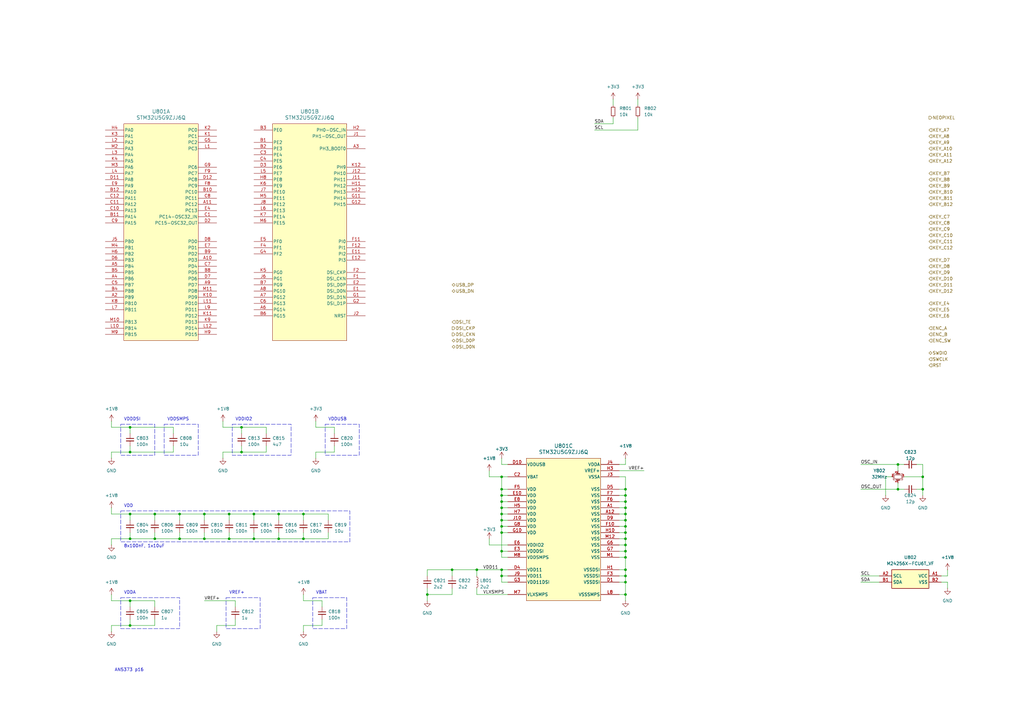
<source format=kicad_sch>
(kicad_sch (version 20231120) (generator "eeschema") (generator_version "8.0")
  (paper "A3")
  (lib_symbols
    (symbol "Device:C_Small" (pin_numbers hide) (pin_names (offset 0.254) hide)
      (property "Reference" "C" (at 0.254 1.778 0))
      (property "Value" "C_Small" (at 0.254 -2.032 0))
      (symbol "C_Small_0_1"
        (polyline (pts (xy -1.524 -0.508) (xy 1.524 -0.508)) (stroke (width 0.3302)))
        (polyline (pts (xy -1.524 0.508) (xy 1.524 0.508)) (stroke (width 0.3048)))
      )
      (symbol "C_Small_1_1"
        (pin passive line (at 0 2.54 270) (length 2.032) (name "~") (number "1"))
        (pin passive line (at 0 -2.54 90) (length 2.032) (name "~") (number "2"))
      )
    )
    (symbol "Device:Crystal_GND24_Small" (pin_names (offset 1.016) hide)
      (property "Reference" "Y" (at 1.27 4.445 0))
      (property "Value" "Crystal_GND24_Small" (at 1.27 2.54 0))
      (symbol "Crystal_GND24_Small_0_1"
        (rectangle (start -0.762 -1.524) (end 0.762 1.524))
        (polyline (pts (xy -1.27 -0.762) (xy -1.27 0.762)) (stroke (width 0.381)))
        (polyline (pts (xy 1.27 -0.762) (xy 1.27 0.762)) (stroke (width 0.381)))
        (polyline (pts (xy -1.27 -1.27) (xy -1.27 -1.905) (xy 1.27 -1.905) (xy 1.27 -1.27)))
        (polyline (pts (xy -1.27 1.27) (xy -1.27 1.905) (xy 1.27 1.905) (xy 1.27 1.27)))
      )
      (symbol "Crystal_GND24_Small_1_1"
        (pin passive line (at -2.54 0 0) (length 1.27) (name "1") (number "1"))
        (pin passive line (at 0 -2.54 90) (length 0.635) (name "2") (number "2"))
        (pin passive line (at 2.54 0 180) (length 1.27) (name "3") (number "3"))
        (pin passive line (at 0 2.54 270) (length 0.635) (name "4") (number "4"))
      )
    )
    (symbol "Device:L_Small" (pin_numbers hide) (pin_names (offset 0.254) hide)
      (property "Reference" "L" (at 0.762 1.016 0))
      (property "Value" "L_Small" (at 0.762 -1.016 0))
      (symbol "L_Small_0_1"
        (arc (start 0 -2.032) (mid 0.5058 -1.524) (end 0 -1.016))
        (arc (start 0 -1.016) (mid 0.5058 -0.508) (end 0 0))
        (arc (start 0 0) (mid 0.5058 0.508) (end 0 1.016))
        (arc (start 0 1.016) (mid 0.5058 1.524) (end 0 2.032))
      )
      (symbol "L_Small_1_1"
        (pin passive line (at 0 2.54 270) (length 0.508) (name "~") (number "1"))
        (pin passive line (at 0 -2.54 90) (length 0.508) (name "~") (number "2"))
      )
    )
    (symbol "Device:R_Small" (pin_numbers hide) (pin_names (offset 0.254) hide)
      (property "Reference" "R" (at 0.762 0.508 0))
      (property "Value" "R_Small" (at 0.762 -1.016 0))
      (symbol "R_Small_0_1"
        (rectangle (start -0.762 1.778) (end 0.762 -1.778) (stroke (width 0.2032)))
      )
      (symbol "R_Small_1_1"
        (pin passive line (at 0 2.54 270) (length 0.762) (name "~") (number "1"))
        (pin passive line (at 0 -2.54 90) (length 0.762) (name "~") (number "2"))
      )
    )
    (symbol "M24256X-FCU6T_VF:M24256X-FCU6T_VF"
      (property "Reference" "U" (at 0 7.62 0))
      (property "Value" "M24256X-FCU6T_VF" (at 0 5.08 0))
      (symbol "M24256X-FCU6T_VF_1_1"
        (rectangle (start -7.62 2.54) (end 7.62 -5.08) (stroke (width 0.254)) (fill (type background)))
        (pin passive line (at 12.7 0 180) (length 5.08) (name "VCC") (number "A1"))
        (pin passive line (at -12.7 0 0) (length 5.08) (name "SCL") (number "A2"))
        (pin passive line (at -12.7 -2.54 0) (length 5.08) (name "SDA") (number "B1"))
        (pin passive line (at 12.7 -2.54 180) (length 5.08) (name "VSS") (number "B2"))
      )
    )
    (symbol "STM32U5G9ZJJ6Q:STM32U5G9ZJJ6Q" (pin_names (offset 0.254))
      (property "Reference" "U" (at 0 5.08 0))
      (property "Value" "STM32U5G9ZJJ6Q" (at 0 2.54 0))
      (symbol "STM32U5G9ZJJ6Q_1_1"
        (rectangle (start -15.24 0) (end 15.24 -88.9) (fill (type background)))
        (pin bidirectional line (at 22.86 -55.88 180) (length 7.62) (name "PD3") (number "A10"))
        (pin bidirectional line (at 22.86 -33.02 180) (length 7.62) (name "PC12") (number "A11"))
        (pin bidirectional line (at -22.86 -71.12 0) (length 7.62) (name "PB9") (number "A2"))
        (pin bidirectional line (at -22.86 -63.5 0) (length 7.62) (name "PB6") (number "A4"))
        (pin bidirectional line (at -22.86 -58.42 0) (length 7.62) (name "PB4") (number "A5"))
        (pin bidirectional line (at 22.86 -66.04 180) (length 7.62) (name "PD7") (number "A9"))
        (pin bidirectional line (at 22.86 -27.94 180) (length 7.62) (name "PC10") (number "B10"))
        (pin bidirectional line (at -22.86 -38.1 0) (length 7.62) (name "PA14") (number "B11"))
        (pin bidirectional line (at -22.86 -27.94 0) (length 7.62) (name "PA10") (number "B12"))
        (pin bidirectional line (at -22.86 -68.58 0) (length 7.62) (name "PB8") (number "B4"))
        (pin bidirectional line (at -22.86 -60.96 0) (length 7.62) (name "PB5") (number "B5"))
        (pin bidirectional line (at 22.86 -60.96 180) (length 7.62) (name "PD5") (number "B8"))
        (pin bidirectional line (at 22.86 -53.34 180) (length 7.62) (name "PD2") (number "B9"))
        (pin bidirectional line (at 22.86 -38.1 180) (length 7.62) (name "PC14-OSC32_IN") (number "C1"))
        (pin bidirectional line (at -22.86 -35.56 0) (length 7.62) (name "PA13") (number "C10"))
        (pin bidirectional line (at -22.86 -33.02 0) (length 7.62) (name "PA12") (number "C11"))
        (pin bidirectional line (at -22.86 -30.48 0) (length 7.62) (name "PA11") (number "C12"))
        (pin bidirectional line (at -22.86 -66.04 0) (length 7.62) (name "PB7") (number "C5"))
        (pin bidirectional line (at 22.86 -58.42 180) (length 7.62) (name "PD4") (number "C7"))
        (pin bidirectional line (at 22.86 -30.48 180) (length 7.62) (name "PC11") (number "C8"))
        (pin bidirectional line (at -22.86 -40.64 0) (length 7.62) (name "PA15") (number "C9"))
        (pin bidirectional line (at -22.86 -22.86 0) (length 7.62) (name "PA8") (number "D11"))
        (pin bidirectional line (at 22.86 -22.86 180) (length 7.62) (name "PC8") (number "D12"))
        (pin output line (at 22.86 -40.64 180) (length 7.62) (name "PC15-OSC32_OUT") (number "D2"))
        (pin bidirectional line (at -22.86 -55.88 0) (length 7.62) (name "PB3") (number "D6"))
        (pin bidirectional line (at 22.86 -63.5 180) (length 7.62) (name "PD6") (number "D7"))
        (pin bidirectional line (at 22.86 -48.26 180) (length 7.62) (name "PD0") (number "D8"))
        (pin bidirectional line (at 22.86 -35.56 180) (length 7.62) (name "PC13") (number "E4"))
        (pin bidirectional line (at 22.86 -50.8 180) (length 7.62) (name "PD1") (number "E7"))
        (pin bidirectional line (at -22.86 -25.4 0) (length 7.62) (name "PA9") (number "E9"))
        (pin bidirectional line (at 22.86 -25.4 180) (length 7.62) (name "PC9") (number "F8"))
        (pin bidirectional line (at 22.86 -20.32 180) (length 7.62) (name "PC7") (number "F9"))
        (pin bidirectional line (at 22.86 -7.62 180) (length 7.62) (name "PC2") (number "G5"))
        (pin bidirectional line (at 22.86 -17.78 180) (length 7.62) (name "PC6") (number "G9"))
        (pin bidirectional line (at -22.86 -2.54 0) (length 7.62) (name "PA0") (number "H4"))
        (pin bidirectional line (at -22.86 -53.34 0) (length 7.62) (name "PB2") (number "H6"))
        (pin bidirectional line (at 22.86 -86.36 180) (length 7.62) (name "PD15") (number "H9"))
        (pin bidirectional line (at -22.86 -48.26 0) (length 7.62) (name "PB0") (number "J5"))
        (pin bidirectional line (at 22.86 -5.08 180) (length 7.62) (name "PC1") (number "K1"))
        (pin bidirectional line (at 22.86 -71.12 180) (length 7.62) (name "PD9") (number "K10"))
        (pin bidirectional line (at 22.86 -78.74 180) (length 7.62) (name "PD12") (number "K11"))
        (pin bidirectional line (at 22.86 -2.54 180) (length 7.62) (name "PC0") (number "K2"))
        (pin bidirectional line (at -22.86 -5.08 0) (length 7.62) (name "PA1") (number "K3"))
        (pin bidirectional line (at -22.86 -15.24 0) (length 7.62) (name "PA5") (number "K4"))
        (pin bidirectional line (at -22.86 -73.66 0) (length 7.62) (name "PB10") (number "K8"))
        (pin bidirectional line (at 22.86 -81.28 180) (length 7.62) (name "PD13") (number "K9"))
        (pin bidirectional line (at 22.86 -10.16 180) (length 7.62) (name "PC3") (number "L1"))
        (pin bidirectional line (at -22.86 -83.82 0) (length 7.62) (name "PB14") (number "L10"))
        (pin bidirectional line (at 22.86 -73.66 180) (length 7.62) (name "PD10") (number "L11"))
        (pin bidirectional line (at 22.86 -83.82 180) (length 7.62) (name "PD14") (number "L12"))
        (pin bidirectional line (at -22.86 -7.62 0) (length 7.62) (name "PA2") (number "L2"))
        (pin bidirectional line (at -22.86 -12.7 0) (length 7.62) (name "PA4") (number "L3"))
        (pin bidirectional line (at -22.86 -20.32 0) (length 7.62) (name "PA7") (number "L4"))
        (pin bidirectional line (at -22.86 -76.2 0) (length 7.62) (name "PB11") (number "L7"))
        (pin bidirectional line (at 22.86 -76.2 180) (length 7.62) (name "PD11") (number "L9"))
        (pin bidirectional line (at -22.86 -81.28 0) (length 7.62) (name "PB13") (number "M10"))
        (pin bidirectional line (at 22.86 -68.58 180) (length 7.62) (name "PD8") (number "M11"))
        (pin bidirectional line (at -22.86 -10.16 0) (length 7.62) (name "PA3") (number "M2"))
        (pin bidirectional line (at -22.86 -17.78 0) (length 7.62) (name "PA6") (number "M3"))
        (pin bidirectional line (at -22.86 -50.8 0) (length 7.62) (name "PB1") (number "M4"))
        (pin bidirectional line (at -22.86 -86.36 0) (length 7.62) (name "PB15") (number "M9"))
      )
      (symbol "STM32U5G9ZJJ6Q_2_1"
        (rectangle (start -15.24 0) (end 15.24 -88.9) (fill (type background)))
        (pin bidirectional line (at 22.86 -10.16 180) (length 7.62) (name "PH3_BOOT0") (number "A3"))
        (pin bidirectional line (at -22.86 -76.2 0) (length 7.62) (name "PG14") (number "A6"))
        (pin bidirectional line (at -22.86 -71.12 0) (length 7.62) (name "PG12") (number "A7"))
        (pin bidirectional line (at -22.86 -68.58 0) (length 7.62) (name "PG10") (number "A8"))
        (pin bidirectional line (at -22.86 -7.62 0) (length 7.62) (name "PE2") (number "B1"))
        (pin bidirectional line (at -22.86 -10.16 0) (length 7.62) (name "PE3") (number "B2"))
        (pin bidirectional line (at -22.86 -2.54 0) (length 7.62) (name "PE0") (number "B3"))
        (pin bidirectional line (at -22.86 -78.74 0) (length 7.62) (name "PG15") (number "B6"))
        (pin bidirectional line (at -22.86 -66.04 0) (length 7.62) (name "PG9") (number "B7"))
        (pin bidirectional line (at -22.86 -12.7 0) (length 7.62) (name "PE4") (number "C3"))
        (pin bidirectional line (at -22.86 -15.24 0) (length 7.62) (name "PE5") (number "C4"))
        (pin bidirectional line (at -22.86 -73.66 0) (length 7.62) (name "PG13") (number "C6"))
        (pin bidirectional line (at -22.86 -17.78 0) (length 7.62) (name "PE6") (number "D3"))
        (pin bidirectional line (at 22.86 -68.58 180) (length 7.62) (name "DSI_D0N") (number "E1"))
        (pin bidirectional line (at 22.86 -53.34 180) (length 7.62) (name "PI2") (number "E11"))
        (pin bidirectional line (at 22.86 -55.88 180) (length 7.62) (name "PI3") (number "E12"))
        (pin bidirectional line (at 22.86 -66.04 180) (length 7.62) (name "DSI_D0P") (number "E2"))
        (pin bidirectional line (at -22.86 -48.26 0) (length 7.62) (name "PF0") (number "E5"))
        (pin unspecified line (at 22.86 -63.5 180) (length 7.62) (name "DSI_CKN") (number "F1"))
        (pin bidirectional line (at 22.86 -48.26 180) (length 7.62) (name "PI0") (number "F11"))
        (pin bidirectional line (at 22.86 -50.8 180) (length 7.62) (name "PI1") (number "F12"))
        (pin unspecified line (at 22.86 -60.96 180) (length 7.62) (name "DSI_CKP") (number "F2"))
        (pin bidirectional line (at -22.86 -50.8 0) (length 7.62) (name "PF1") (number "F4"))
        (pin bidirectional line (at 22.86 -71.12 180) (length 7.62) (name "DSI_D1N") (number "G1"))
        (pin bidirectional line (at 22.86 -30.48 180) (length 7.62) (name "PH14") (number "G11"))
        (pin bidirectional line (at 22.86 -33.02 180) (length 7.62) (name "PH15") (number "G12"))
        (pin bidirectional line (at 22.86 -73.66 180) (length 7.62) (name "DSI_D1P") (number "G2"))
        (pin bidirectional line (at -22.86 -53.34 0) (length 7.62) (name "PF2") (number "G4"))
        (pin bidirectional line (at 22.86 -25.4 180) (length 7.62) (name "PH12") (number "H11"))
        (pin bidirectional line (at 22.86 -27.94 180) (length 7.62) (name "PH13") (number "H12"))
        (pin bidirectional line (at 22.86 -2.54 180) (length 7.62) (name "PH0-OSC_IN") (number "H2"))
        (pin bidirectional line (at -22.86 -22.86 0) (length 7.62) (name "PE8") (number "H8"))
        (pin output line (at 22.86 -5.08 180) (length 7.62) (name "PH1-OSC_OUT") (number "J1"))
        (pin bidirectional line (at 22.86 -22.86 180) (length 7.62) (name "PH11") (number "J11"))
        (pin bidirectional line (at 22.86 -20.32 180) (length 7.62) (name "PH10") (number "J12"))
        (pin unspecified line (at 22.86 -78.74 180) (length 7.62) (name "NRST") (number "J2"))
        (pin bidirectional line (at -22.86 -63.5 0) (length 7.62) (name "PG1") (number "J6"))
        (pin bidirectional line (at -22.86 -27.94 0) (length 7.62) (name "PE10") (number "J7"))
        (pin bidirectional line (at -22.86 -33.02 0) (length 7.62) (name "PE12") (number "J8"))
        (pin bidirectional line (at 22.86 -17.78 180) (length 7.62) (name "PH9") (number "K12"))
        (pin bidirectional line (at -22.86 -60.96 0) (length 7.62) (name "PG0") (number "K5"))
        (pin bidirectional line (at -22.86 -25.4 0) (length 7.62) (name "PE9") (number "K6"))
        (pin bidirectional line (at -22.86 -38.1 0) (length 7.62) (name "PE14") (number "K7"))
        (pin bidirectional line (at -22.86 -20.32 0) (length 7.62) (name "PE7") (number "L5"))
        (pin bidirectional line (at -22.86 -35.56 0) (length 7.62) (name "PE13") (number "L6"))
        (pin bidirectional line (at -22.86 -30.48 0) (length 7.62) (name "PE11") (number "M5"))
        (pin bidirectional line (at -22.86 -40.64 0) (length 7.62) (name "PE15") (number "M6"))
      )
      (symbol "STM32U5G9ZJJ6Q_3_1"
        (rectangle (start -15.24 0) (end 15.24 -58.42) (fill (type background)))
        (pin power_out line (at 22.86 -20.32 180) (length 7.62) (name "VSS") (number "A1"))
        (pin power_out line (at 22.86 -22.86 180) (length 7.62) (name "VSS") (number "A12"))
        (pin power_in line (at -22.86 -7.62 0) (length 7.62) (name "VBAT") (number "C2"))
        (pin power_out line (at 22.86 -50.8 180) (length 7.62) (name "VSSDSI") (number "D1"))
        (pin power_in line (at -22.86 -2.54 0) (length 7.62) (name "VDDUSB") (number "D10"))
        (pin power_in line (at -22.86 -45.72 0) (length 7.62) (name "VDD11") (number "D4"))
        (pin power_out line (at 22.86 -12.7 180) (length 7.62) (name "VSS") (number "D5"))
        (pin power_out line (at 22.86 -25.4 180) (length 7.62) (name "VSS") (number "D9"))
        (pin power_in line (at -22.86 -15.24 0) (length 7.62) (name "VDD") (number "E10"))
        (pin power_in line (at -22.86 -38.1 0) (length 7.62) (name "VDDDSI") (number "E3"))
        (pin power_in line (at -22.86 -35.56 0) (length 7.62) (name "VDDIO2") (number "E6"))
        (pin power_in line (at -22.86 -17.78 0) (length 7.62) (name "VDD") (number "E8"))
        (pin power_out line (at 22.86 -27.94 180) (length 7.62) (name "VSS") (number "F10"))
        (pin power_out line (at 22.86 -48.26 180) (length 7.62) (name "VSSDSI") (number "F3"))
        (pin power_in line (at -22.86 -12.7 0) (length 7.62) (name "VDD") (number "F5"))
        (pin power_out line (at 22.86 -17.78 180) (length 7.62) (name "VSS") (number "F6"))
        (pin power_out line (at 22.86 -15.24 180) (length 7.62) (name "VSS") (number "F7"))
        (pin power_in line (at -22.86 -30.48 0) (length 7.62) (name "VDD") (number "G10"))
        (pin power_in line (at -22.86 -50.8 0) (length 7.62) (name "VDD11DSI") (number "G3"))
        (pin power_out line (at 22.86 -35.56 180) (length 7.62) (name "VSS") (number "G6"))
        (pin power_out line (at 22.86 -38.1 180) (length 7.62) (name "VSS") (number "G7"))
        (pin power_in line (at -22.86 -27.94 0) (length 7.62) (name "VDD") (number "G8"))
        (pin power_out line (at 22.86 -45.72 180) (length 7.62) (name "VSSDSI") (number "H1"))
        (pin power_out line (at 22.86 -30.48 180) (length 7.62) (name "VSS") (number "H10"))
        (pin power_in line (at 22.86 -5.08 180) (length 7.62) (name "VREF+") (number "H3"))
        (pin power_in line (at -22.86 -20.32 0) (length 7.62) (name "VDD") (number "H5"))
        (pin power_in line (at -22.86 -22.86 0) (length 7.62) (name "VDD") (number "H7"))
        (pin power_in line (at -22.86 -25.4 0) (length 7.62) (name "VDD") (number "J10"))
        (pin power_out line (at 22.86 -7.62 180) (length 7.62) (name "VSSA") (number "J3"))
        (pin power_in line (at 22.86 -2.54 180) (length 7.62) (name "VDDA") (number "J4"))
        (pin power_in line (at -22.86 -48.26 0) (length 7.62) (name "VDD11") (number "J9"))
        (pin power_out line (at 22.86 -55.88 180) (length 7.62) (name "VSSSMPS") (number "L8"))
        (pin power_out line (at 22.86 -40.64 180) (length 7.62) (name "VSS") (number "M1"))
        (pin power_out line (at 22.86 -33.02 180) (length 7.62) (name "VSS") (number "M12"))
        (pin unspecified line (at -22.86 -55.88 0) (length 7.62) (name "VLXSMPS") (number "M7"))
        (pin power_in line (at -22.86 -40.64 0) (length 7.62) (name "VDDSMPS") (number "M8"))
      )
    )
    (symbol "power:+1V8" (power) (pin_numbers hide) (pin_names (offset 0) hide)
      (property "Value" "+1V8" (at 0 3.556 0))
      (symbol "+1V8_0_1"
        (polyline (pts (xy -0.762 1.27) (xy 0 2.54)))
        (polyline (pts (xy 0 0) (xy 0 2.54)))
        (polyline (pts (xy 0 2.54) (xy 0.762 1.27)))
      )
      (symbol "+1V8_1_1"
        (pin power_in line (at 0 0 90) (length 0) (name "~") (number "1"))
      )
    )
    (symbol "power:+3V3" (power) (pin_numbers hide) (pin_names (offset 0) hide)
      (property "Value" "+3V3" (at 0 3.556 0))
      (symbol "+3V3_0_1"
        (polyline (pts (xy -0.762 1.27) (xy 0 2.54)))
        (polyline (pts (xy 0 0) (xy 0 2.54)))
        (polyline (pts (xy 0 2.54) (xy 0.762 1.27)))
      )
      (symbol "+3V3_1_1"
        (pin power_in line (at 0 0 90) (length 0) (name "~") (number "1"))
      )
    )
    (symbol "power:GND" (power) (pin_numbers hide) (pin_names (offset 0) hide)
      (property "Value" "GND" (at 0 -3.81 0))
      (symbol "GND_0_1"
        (polyline (pts (xy 0 0) (xy 0 -1.27) (xy 1.27 -1.27) (xy 0 -2.54) (xy -1.27 -1.27) (xy 0 -1.27)))
      )
      (symbol "GND_1_1"
        (pin power_in line (at 0 0 270) (length 0) (name "~") (number "1"))
      )
    )
  )
  (junction (at 256.54 238.76))
  (junction (at 93.98 220.98))
  (junction (at 124.46 220.98))
  (junction (at 256.54 208.28))
  (junction (at 73.66 210.82))
  (junction (at 114.3 220.98))
  (junction (at 256.54 236.22))
  (junction (at 185.42 233.68))
  (junction (at 256.54 218.44))
  (junction (at 99.06 185.42))
  (junction (at 205.74 226.06))
  (junction (at 195.58 233.68))
  (junction (at 205.74 203.2))
  (junction (at 256.54 233.68))
  (junction (at 256.54 200.66))
  (junction (at 53.34 185.42))
  (junction (at 256.54 210.82))
  (junction (at 99.06 175.26))
  (junction (at 378.46 195.58))
  (junction (at 368.3 200.66))
  (junction (at 256.54 223.52))
  (junction (at 53.34 220.98))
  (junction (at 378.46 200.66))
  (junction (at 53.34 256.54))
  (junction (at 114.3 210.82))
  (junction (at 205.74 236.22))
  (junction (at 83.82 210.82))
  (junction (at 256.54 220.98))
  (junction (at 368.3 190.5))
  (junction (at 63.5 220.98))
  (junction (at 104.14 210.82))
  (junction (at 205.74 218.44))
  (junction (at 256.54 215.9))
  (junction (at 104.14 220.98))
  (junction (at 53.34 175.26))
  (junction (at 256.54 203.2))
  (junction (at 53.34 210.82))
  (junction (at 205.74 208.28))
  (junction (at 93.98 210.82))
  (junction (at 256.54 213.36))
  (junction (at 205.74 195.58))
  (junction (at 83.82 220.98))
  (junction (at 205.74 210.82))
  (junction (at 205.74 205.74))
  (junction (at 73.66 220.98))
  (junction (at 175.26 243.84))
  (junction (at 205.74 215.9))
  (junction (at 256.54 228.6))
  (junction (at 53.34 246.38))
  (junction (at 124.46 210.82))
  (junction (at 205.74 213.36))
  (junction (at 256.54 226.06))
  (junction (at 256.54 243.84))
  (junction (at 205.74 233.68))
  (junction (at 205.74 200.66))
  (junction (at 63.5 210.82))
  (junction (at 256.54 205.74))
  (wire (pts (xy 175.26 233.68) (xy 185.42 233.68)))
  (wire (pts (xy 63.5 210.82) (xy 73.66 210.82)))
  (wire (pts (xy 353.06 238.76) (xy 360.68 238.76)))
  (wire (pts (xy 378.46 200.66) (xy 378.46 203.2)))
  (wire (pts (xy 388.62 238.76) (xy 388.62 241.3)))
  (wire (pts (xy 368.3 198.12) (xy 368.3 200.66)))
  (wire (pts (xy 256.54 213.36) (xy 254 213.36)))
  (wire (pts (xy 185.42 233.68) (xy 195.58 233.68)))
  (wire (pts (xy 256.54 220.98) (xy 256.54 223.52)))
  (wire (pts (xy 205.74 205.74) (xy 205.74 208.28)))
  (wire (pts (xy 195.58 241.3) (xy 195.58 243.84)))
  (wire (pts (xy 185.42 233.68) (xy 185.42 236.22)))
  (wire (pts (xy 261.62 53.34) (xy 261.62 48.26)))
  (wire (pts (xy 205.74 226.06) (xy 205.74 228.6)))
  (wire (pts (xy 256.54 205.74) (xy 254 205.74)))
  (wire (pts (xy 200.66 193.04) (xy 200.66 195.58)))
  (wire (pts (xy 109.22 182.88) (xy 109.22 185.42)))
  (wire (pts (xy 45.72 220.98) (xy 53.34 220.98)))
  (wire (pts (xy 353.06 200.66) (xy 368.3 200.66)))
  (wire (pts (xy 256.54 233.68) (xy 256.54 236.22)))
  (wire (pts (xy 363.22 195.58) (xy 363.22 203.2)))
  (wire (pts (xy 175.26 236.22) (xy 175.26 233.68)))
  (wire (pts (xy 129.54 172.72) (xy 129.54 175.26)))
  (wire (pts (xy 96.52 254) (xy 96.52 256.54)))
  (wire (pts (xy 63.5 210.82) (xy 63.5 213.36)))
  (wire (pts (xy 45.72 210.82) (xy 45.72 208.28)))
  (wire (pts (xy 205.74 208.28) (xy 208.28 208.28)))
  (wire (pts (xy 370.84 195.58) (xy 378.46 195.58)))
  (wire (pts (xy 71.12 182.88) (xy 71.12 185.42)))
  (wire (pts (xy 93.98 210.82) (xy 93.98 213.36)))
  (wire (pts (xy 195.58 233.68) (xy 205.74 233.68)))
  (wire (pts (xy 53.34 210.82) (xy 53.34 213.36)))
  (wire (pts (xy 368.3 193.04) (xy 368.3 190.5)))
  (wire (pts (xy 256.54 203.2) (xy 256.54 205.74)))
  (wire (pts (xy 256.54 215.9) (xy 254 215.9)))
  (wire (pts (xy 45.72 185.42) (xy 53.34 185.42)))
  (wire (pts (xy 378.46 190.5) (xy 378.46 195.58)))
  (wire (pts (xy 256.54 226.06) (xy 256.54 228.6)))
  (wire (pts (xy 124.46 256.54) (xy 132.08 256.54)))
  (wire (pts (xy 205.74 213.36) (xy 208.28 213.36)))
  (wire (pts (xy 256.54 246.38) (xy 256.54 243.84)))
  (wire (pts (xy 83.82 220.98) (xy 93.98 220.98)))
  (wire (pts (xy 53.34 246.38) (xy 63.5 246.38)))
  (wire (pts (xy 53.34 210.82) (xy 63.5 210.82)))
  (wire (pts (xy 256.54 226.06) (xy 254 226.06)))
  (wire (pts (xy 378.46 195.58) (xy 378.46 200.66)))
  (wire (pts (xy 256.54 236.22) (xy 254 236.22)))
  (wire (pts (xy 208.28 226.06) (xy 205.74 226.06)))
  (wire (pts (xy 256.54 218.44) (xy 256.54 220.98)))
  (wire (pts (xy 45.72 259.08) (xy 45.72 256.54)))
  (wire (pts (xy 251.46 40.64) (xy 251.46 43.18)))
  (wire (pts (xy 205.74 213.36) (xy 205.74 215.9)))
  (wire (pts (xy 73.66 210.82) (xy 83.82 210.82)))
  (wire (pts (xy 205.74 195.58) (xy 205.74 200.66)))
  (wire (pts (xy 205.74 203.2) (xy 208.28 203.2)))
  (wire (pts (xy 83.82 246.38) (xy 96.52 246.38)))
  (wire (pts (xy 208.28 228.6) (xy 205.74 228.6)))
  (wire (pts (xy 73.66 210.82) (xy 73.66 213.36)))
  (wire (pts (xy 45.72 172.72) (xy 45.72 175.26)))
  (wire (pts (xy 256.54 223.52) (xy 254 223.52)))
  (wire (pts (xy 185.42 243.84) (xy 175.26 243.84)))
  (wire (pts (xy 256.54 200.66) (xy 254 200.66)))
  (wire (pts (xy 45.72 187.96) (xy 45.72 185.42)))
  (wire (pts (xy 45.72 246.38) (xy 53.34 246.38)))
  (wire (pts (xy 243.84 50.8) (xy 251.46 50.8)))
  (wire (pts (xy 45.72 256.54) (xy 53.34 256.54)))
  (wire (pts (xy 205.74 187.96) (xy 205.74 190.5)))
  (wire (pts (xy 256.54 218.44) (xy 254 218.44)))
  (wire (pts (xy 175.26 243.84) (xy 175.26 246.38)))
  (wire (pts (xy 104.14 220.98) (xy 114.3 220.98)))
  (wire (pts (xy 83.82 220.98) (xy 83.82 218.44)))
  (wire (pts (xy 205.74 233.68) (xy 205.74 236.22)))
  (wire (pts (xy 137.16 177.8) (xy 137.16 175.26)))
  (wire (pts (xy 88.9 259.08) (xy 88.9 256.54)))
  (wire (pts (xy 99.06 175.26) (xy 99.06 177.8)))
  (wire (pts (xy 386.08 236.22) (xy 388.62 236.22)))
  (wire (pts (xy 256.54 238.76) (xy 254 238.76)))
  (wire (pts (xy 386.08 238.76) (xy 388.62 238.76)))
  (wire (pts (xy 256.54 208.28) (xy 254 208.28)))
  (wire (pts (xy 256.54 203.2) (xy 254 203.2)))
  (wire (pts (xy 88.9 256.54) (xy 96.52 256.54)))
  (wire (pts (xy 256.54 195.58) (xy 254 195.58)))
  (wire (pts (xy 91.44 175.26) (xy 99.06 175.26)))
  (wire (pts (xy 114.3 210.82) (xy 124.46 210.82)))
  (wire (pts (xy 45.72 243.84) (xy 45.72 246.38)))
  (wire (pts (xy 91.44 187.96) (xy 91.44 185.42)))
  (wire (pts (xy 73.66 220.98) (xy 73.66 218.44)))
  (wire (pts (xy 256.54 190.5) (xy 254 190.5)))
  (wire (pts (xy 205.74 200.66) (xy 205.74 203.2)))
  (wire (pts (xy 256.54 210.82) (xy 256.54 213.36)))
  (wire (pts (xy 264.16 193.04) (xy 254 193.04)))
  (wire (pts (xy 195.58 243.84) (xy 208.28 243.84)))
  (wire (pts (xy 256.54 195.58) (xy 256.54 200.66)))
  (wire (pts (xy 353.06 236.22) (xy 360.68 236.22)))
  (wire (pts (xy 137.16 182.88) (xy 137.16 185.42)))
  (wire (pts (xy 205.74 236.22) (xy 205.74 238.76)))
  (wire (pts (xy 104.14 210.82) (xy 104.14 213.36)))
  (wire (pts (xy 96.52 248.92) (xy 96.52 246.38)))
  (wire (pts (xy 53.34 175.26) (xy 71.12 175.26)))
  (wire (pts (xy 378.46 190.5) (xy 375.92 190.5)))
  (wire (pts (xy 109.22 175.26) (xy 109.22 177.8)))
  (wire (pts (xy 129.54 187.96) (xy 129.54 185.42)))
  (wire (pts (xy 53.34 246.38) (xy 53.34 248.92)))
  (wire (pts (xy 208.28 233.68) (xy 205.74 233.68)))
  (wire (pts (xy 205.74 218.44) (xy 208.28 218.44)))
  (wire (pts (xy 175.26 241.3) (xy 175.26 243.84)))
  (wire (pts (xy 124.46 210.82) (xy 124.46 213.36)))
  (wire (pts (xy 256.54 215.9) (xy 256.54 218.44)))
  (wire (pts (xy 71.12 177.8) (xy 71.12 175.26)))
  (wire (pts (xy 205.74 238.76) (xy 208.28 238.76)))
  (wire (pts (xy 256.54 238.76) (xy 256.54 243.84)))
  (wire (pts (xy 243.84 53.34) (xy 261.62 53.34)))
  (wire (pts (xy 99.06 182.88) (xy 99.06 185.42)))
  (wire (pts (xy 124.46 243.84) (xy 124.46 246.38)))
  (wire (pts (xy 134.62 210.82) (xy 134.62 213.36)))
  (wire (pts (xy 205.74 210.82) (xy 205.74 213.36)))
  (wire (pts (xy 114.3 220.98) (xy 124.46 220.98)))
  (wire (pts (xy 63.5 220.98) (xy 63.5 218.44)))
  (wire (pts (xy 45.72 223.52) (xy 45.72 220.98)))
  (wire (pts (xy 256.54 187.96) (xy 256.54 190.5)))
  (wire (pts (xy 99.06 175.26) (xy 109.22 175.26)))
  (wire (pts (xy 104.14 210.82) (xy 114.3 210.82)))
  (wire (pts (xy 53.34 256.54) (xy 53.34 254)))
  (wire (pts (xy 205.74 208.28) (xy 205.74 210.82)))
  (wire (pts (xy 375.92 200.66) (xy 378.46 200.66)))
  (wire (pts (xy 256.54 236.22) (xy 256.54 238.76)))
  (wire (pts (xy 205.74 236.22) (xy 208.28 236.22)))
  (wire (pts (xy 368.3 190.5) (xy 370.84 190.5)))
  (wire (pts (xy 200.66 223.52) (xy 208.28 223.52)))
  (wire (pts (xy 205.74 205.74) (xy 208.28 205.74)))
  (wire (pts (xy 53.34 175.26) (xy 53.34 177.8)))
  (wire (pts (xy 205.74 203.2) (xy 205.74 205.74)))
  (wire (pts (xy 200.66 195.58) (xy 205.74 195.58)))
  (wire (pts (xy 251.46 50.8) (xy 251.46 48.26)))
  (wire (pts (xy 256.54 233.68) (xy 254 233.68)))
  (wire (pts (xy 205.74 218.44) (xy 205.74 226.06)))
  (wire (pts (xy 53.34 220.98) (xy 63.5 220.98)))
  (wire (pts (xy 261.62 40.64) (xy 261.62 43.18)))
  (wire (pts (xy 124.46 220.98) (xy 124.46 218.44)))
  (wire (pts (xy 205.74 210.82) (xy 208.28 210.82)))
  (wire (pts (xy 129.54 175.26) (xy 137.16 175.26)))
  (wire (pts (xy 256.54 243.84) (xy 254 243.84)))
  (wire (pts (xy 205.74 200.66) (xy 208.28 200.66)))
  (wire (pts (xy 124.46 210.82) (xy 134.62 210.82)))
  (wire (pts (xy 63.5 246.38) (xy 63.5 248.92)))
  (wire (pts (xy 129.54 185.42) (xy 137.16 185.42)))
  (wire (pts (xy 114.3 220.98) (xy 114.3 218.44)))
  (wire (pts (xy 124.46 246.38) (xy 132.08 246.38)))
  (wire (pts (xy 109.22 185.42) (xy 99.06 185.42)))
  (wire (pts (xy 132.08 254) (xy 132.08 256.54)))
  (wire (pts (xy 256.54 220.98) (xy 254 220.98)))
  (wire (pts (xy 124.46 220.98) (xy 134.62 220.98)))
  (wire (pts (xy 200.66 220.98) (xy 200.66 223.52)))
  (wire (pts (xy 256.54 228.6) (xy 256.54 233.68)))
  (wire (pts (xy 388.62 233.68) (xy 388.62 236.22)))
  (wire (pts (xy 256.54 213.36) (xy 256.54 215.9)))
  (wire (pts (xy 132.08 248.92) (xy 132.08 246.38)))
  (wire (pts (xy 83.82 210.82) (xy 83.82 213.36)))
  (wire (pts (xy 256.54 223.52) (xy 256.54 226.06)))
  (wire (pts (xy 134.62 220.98) (xy 134.62 218.44)))
  (wire (pts (xy 205.74 215.9) (xy 205.74 218.44)))
  (wire (pts (xy 91.44 172.72) (xy 91.44 175.26)))
  (wire (pts (xy 73.66 220.98) (xy 83.82 220.98)))
  (wire (pts (xy 45.72 175.26) (xy 53.34 175.26)))
  (wire (pts (xy 93.98 220.98) (xy 93.98 218.44)))
  (wire (pts (xy 53.34 256.54) (xy 63.5 256.54)))
  (wire (pts (xy 53.34 185.42) (xy 53.34 182.88)))
  (wire (pts (xy 104.14 220.98) (xy 104.14 218.44)))
  (wire (pts (xy 363.22 195.58) (xy 365.76 195.58)))
  (wire (pts (xy 45.72 210.82) (xy 53.34 210.82)))
  (wire (pts (xy 256.54 205.74) (xy 256.54 208.28)))
  (wire (pts (xy 71.12 185.42) (xy 53.34 185.42)))
  (wire (pts (xy 63.5 220.98) (xy 73.66 220.98)))
  (wire (pts (xy 124.46 259.08) (xy 124.46 256.54)))
  (wire (pts (xy 256.54 210.82) (xy 254 210.82)))
  (wire (pts (xy 53.34 220.98) (xy 53.34 218.44)))
  (wire (pts (xy 114.3 210.82) (xy 114.3 213.36)))
  (wire (pts (xy 205.74 195.58) (xy 208.28 195.58)))
  (wire (pts (xy 205.74 215.9) (xy 208.28 215.9)))
  (wire (pts (xy 63.5 254) (xy 63.5 256.54)))
  (wire (pts (xy 93.98 210.82) (xy 104.14 210.82)))
  (wire (pts (xy 185.42 241.3) (xy 185.42 243.84)))
  (wire (pts (xy 91.44 185.42) (xy 99.06 185.42)))
  (wire (pts (xy 205.74 190.5) (xy 208.28 190.5)))
  (wire (pts (xy 195.58 236.22) (xy 195.58 233.68)))
  (wire (pts (xy 353.06 190.5) (xy 368.3 190.5)))
  (wire (pts (xy 256.54 200.66) (xy 256.54 203.2)))
  (wire (pts (xy 93.98 220.98) (xy 104.14 220.98)))
  (wire (pts (xy 256.54 228.6) (xy 254 228.6)))
  (wire (pts (xy 256.54 208.28) (xy 256.54 210.82)))
  (wire (pts (xy 370.84 200.66) (xy 368.3 200.66)))
  (wire (pts (xy 83.82 210.82) (xy 93.98 210.82)))
  (rectangle (start 49.53 173.99) (end 63.5 186.69) (stroke (width 0) (type dash)))
  (rectangle (start 49.53 245.11) (end 73.66 257.81) (stroke (width 0) (type dash)))
  (rectangle (start 49.53 209.55) (end 143.51 222.25) (stroke (width 0) (type dash)))
  (rectangle (start 67.31 173.99) (end 81.28 186.69) (stroke (width 0) (type dash)))
  (rectangle (start 133.35 173.99) (end 147.32 186.69) (stroke (width 0) (type dash)))
  (rectangle (start 95.25 173.99) (end 119.38 186.69) (stroke (width 0) (type dash)))
  (rectangle (start 92.71 245.11) (end 106.68 257.81) (stroke (width 0) (type dash)))
  (rectangle (start 128.27 245.11) (end 142.24 257.81) (stroke (width 0) (type dash)))
  (text "VDDIO2" (at 96.52 172.72 0) (effects (font (size 1.27 1.27)) (justify left bottom)))
  (text "VDDSMPS" (at 68.58 172.72 0) (effects (font (size 1.27 1.27)) (justify left bottom)))
  (text "VREF+" (at 93.98 243.84 0) (effects (font (size 1.27 1.27)) (justify left bottom)))
  (text "AN5373 p16" (at 46.99 275.59 0) (effects (font (size 1.27 1.27)) (justify left bottom)))
  (text "VDDDSI" (at 50.8 172.72 0) (effects (font (size 1.27 1.27)) (justify left bottom)))
  (text "VDDUSB" (at 134.62 172.72 0) (effects (font (size 1.27 1.27)) (justify left bottom)))
  (text "8x100nF, 1x10uF" (at 50.8 224.79 0) (effects (font (size 1.27 1.27)) (justify left bottom)))
  (text "VBAT" (at 129.54 243.84 0) (effects (font (size 1.27 1.27)) (justify left bottom)))
  (text "VDDA" (at 50.8 243.84 0) (effects (font (size 1.27 1.27)) (justify left bottom)))
  (text "VDD" (at 50.8 208.28 0) (effects (font (size 1.27 1.27)) (justify left bottom)))
  (label "SDA" (at 353.06 238.76 0))
  (label "VREF+" (at 264.16 193.04 180))
  (label "VREF+" (at 83.82 246.38 0))
  (label "VLXSMPS" (at 198.12 243.84 0))
  (label "SDA" (at 243.84 50.8 0))
  (label "VDD11" (at 198.12 233.68 0))
  (label "OSC_IN" (at 353.06 190.5 0))
  (label "OSC_OUT" (at 353.06 200.66 0))
  (label "SCL" (at 243.84 53.34 0))
  (label "SCL" (at 353.06 236.22 0))
  (hierarchical_label "KEY_D11" (shape input) (at 381 116.84 0))
  (hierarchical_label "NEOPIXEL" (shape output) (at 381 48.26 0))
  (hierarchical_label "DSI_D0P" (shape bidirectional) (at 185.42 139.7 0))
  (hierarchical_label "KEY_B9" (shape input) (at 381 76.2 0))
  (hierarchical_label "KEY_A7" (shape input) (at 381 53.34 0))
  (hierarchical_label "KEY_D9" (shape input) (at 381 111.76 0))
  (hierarchical_label "KEY_B7" (shape input) (at 381 71.12 0))
  (hierarchical_label "KEY_C9" (shape input) (at 381 93.98 0))
  (hierarchical_label "KEY_E6" (shape input) (at 381 129.54 0))
  (hierarchical_label "DSI_CKN" (shape output) (at 185.42 137.16 0))
  (hierarchical_label "KEY_B11" (shape input) (at 381 81.28 0))
  (hierarchical_label "KEY_C7" (shape input) (at 381 88.9 0))
  (hierarchical_label "KEY_B12" (shape input) (at 381 83.82 0))
  (hierarchical_label "KEY_B8" (shape input) (at 381 73.66 0))
  (hierarchical_label "KEY_E5" (shape input) (at 381 127 0))
  (hierarchical_label "ENC_A" (shape input) (at 381 134.62 0))
  (hierarchical_label "DSI_TE" (shape input) (at 185.42 132.08 0))
  (hierarchical_label "KEY_A11" (shape input) (at 381 63.5 0))
  (hierarchical_label "USB_DN" (shape bidirectional) (at 185.42 119.38 0))
  (hierarchical_label "KEY_A10" (shape input) (at 381 60.96 0))
  (hierarchical_label "KEY_D10" (shape input) (at 381 114.3 0))
  (hierarchical_label "KEY_C10" (shape input) (at 381 96.52 0))
  (hierarchical_label "RST" (shape input) (at 381 149.86 0))
  (hierarchical_label "KEY_A8" (shape input) (at 381 55.88 0))
  (hierarchical_label "DSI_D0N" (shape bidirectional) (at 185.42 142.24 0))
  (hierarchical_label "KEY_A12" (shape input) (at 381 66.04 0))
  (hierarchical_label "SWDIO" (shape bidirectional) (at 381 144.78 0))
  (hierarchical_label "USB_DP" (shape bidirectional) (at 185.42 116.84 0))
  (hierarchical_label "KEY_B10" (shape input) (at 381 78.74 0))
  (hierarchical_label "KEY_C12" (shape input) (at 381 101.6 0))
  (hierarchical_label "KEY_C8" (shape input) (at 381 91.44 0))
  (hierarchical_label "ENC_B" (shape input) (at 381 137.16 0))
  (hierarchical_label "KEY_D7" (shape input) (at 381 106.68 0))
  (hierarchical_label "KEY_A9" (shape input) (at 381 58.42 0))
  (hierarchical_label "DSI_CKP" (shape output) (at 185.42 134.62 0))
  (hierarchical_label "SWCLK" (shape input) (at 381 147.32 0))
  (hierarchical_label "KEY_C11" (shape input) (at 381 99.06 0))
  (hierarchical_label "ENC_SW" (shape input) (at 381 139.7 0))
  (hierarchical_label "KEY_D8" (shape input) (at 381 109.22 0))
  (hierarchical_label "KEY_D12" (shape input) (at 381 119.38 0))
  (hierarchical_label "KEY_E4" (shape input) (at 381 124.46 0))
  (symbol (lib_id "Device:C_Small") (at 71.12 180.34 0) (unit 1)
    (property "Reference" "C808" (at 73.66 179.7113 0) (effects (justify left)))
    (property "Value" "10u" (at 73.66 182.2513 0) (effects (justify left)))
    (property "Footprint" "Capacitor_SMD:C_0402_1005Metric" (effects (hide yes)))
    (property "Description" "Unpolarized capacitor, small symbol" (effects (hide yes)))
  )
  (symbol (lib_id "power:+1V8") (at 91.44 172.72 0) (unit 1)
    (property "Reference" "#PWR0814" (effects (hide yes)))
    (property "Value" "+1V8" (at 91.44 167.64 0))
    (property "Description" "Power symbol creates a global label with name \"+1V8\"" (effects (hide yes)))
  )
  (symbol (lib_id "STM32U5G9ZJJ6Q:STM32U5G9ZJJ6Q") (at 66.04 50.8 0) (unit 1)
    (property "Reference" "U801" (at 66.04 45.72 0) (effects (font (size 1.524 1.524))))
    (property "Value" "STM32U5G9ZJJ6Q" (at 66.04 48.26 0) (effects (font (size 1.524 1.524))))
    (property "Footprint" "keyboard_footprints:UFBGA144_STM" (effects (hide yes)))
    (property "Datasheet" "STM32U5G9ZJJ6Q" (effects (hide yes)))
  )
  (symbol (lib_id "power:+1V8") (at 45.72 208.28 0) (unit 1)
    (property "Reference" "#PWR0809" (effects (hide yes)))
    (property "Value" "+1V8" (at 45.72 203.2 0))
    (property "Description" "Power symbol creates a global label with name \"+1V8\"" (effects (hide yes)))
  )
  (symbol (lib_id "power:+1V8") (at 256.54 187.96 0) (mirror y) (unit 1)
    (property "Reference" "#PWR0823" (effects (hide yes)))
    (property "Value" "+1V8" (at 256.54 182.88 0))
    (property "Description" "Power symbol creates a global label with name \"+1V8\"" (effects (hide yes)))
  )
  (symbol (lib_id "power:GND") (at 175.26 246.38 0) (unit 1)
    (property "Reference" "#PWR0820" (effects (hide yes)))
    (property "Value" "GND" (at 175.26 251.46 0))
    (property "Description" "Power symbol creates a global label with name \"GND\" , ground" (effects (hide yes)))
  )
  (symbol (lib_id "Device:C_Small") (at 175.26 238.76 0) (unit 1)
    (property "Reference" "C821" (at 177.8 238.1313 0) (effects (justify left)))
    (property "Value" "2u2" (at 177.8 240.6713 0) (effects (justify left)))
    (property "Footprint" "Capacitor_SMD:C_0201_0603Metric" (effects (hide yes)))
    (property "Description" "Unpolarized capacitor, small symbol" (effects (hide yes)))
  )
  (symbol (lib_id "power:+3V3") (at 200.66 220.98 0) (unit 1)
    (property "Reference" "#PWR0805" (effects (hide yes)))
    (property "Value" "+3V3" (at 200.66 217.17 0))
    (property "Description" "Power symbol creates a global label with name \"+3V3\"" (effects (hide yes)))
  )
  (symbol (lib_id "power:+3V3") (at 251.46 40.64 0) (unit 1)
    (property "Reference" "#PWR0801" (effects (hide yes)))
    (property "Value" "+3V3" (at 251.46 35.56 0))
    (property "Description" "Power symbol creates a global label with name \"+3V3\"" (effects (hide yes)))
  )
  (symbol (lib_id "Device:C_Small") (at 124.46 215.9 0) (unit 1)
    (property "Reference" "C817" (at 127 215.2713 0) (effects (justify left)))
    (property "Value" "100n" (at 127 217.8113 0) (effects (justify left)))
    (property "Footprint" "Capacitor_SMD:C_0201_0603Metric" (effects (hide yes)))
    (property "Description" "Unpolarized capacitor, small symbol" (effects (hide yes)))
  )
  (symbol (lib_id "Device:C_Small") (at 53.34 180.34 0) (unit 1)
    (property "Reference" "C803" (at 55.88 179.7113 0) (effects (justify left)))
    (property "Value" "100n" (at 55.88 182.2513 0) (effects (justify left)))
    (property "Footprint" "Capacitor_SMD:C_0201_0603Metric" (effects (hide yes)))
    (property "Description" "Unpolarized capacitor, small symbol" (effects (hide yes)))
  )
  (symbol (lib_id "power:GND") (at 378.46 203.2 0) (unit 1)
    (property "Reference" "#PWR0826" (effects (hide yes)))
    (property "Value" "GND" (at 378.46 208.28 0))
    (property "Description" "Power symbol creates a global label with name \"GND\" , ground" (effects (hide yes)))
  )
  (symbol (lib_id "power:+3V3") (at 261.62 40.64 0) (unit 1)
    (property "Reference" "#PWR0802" (effects (hide yes)))
    (property "Value" "+3V3" (at 261.62 35.56 0))
    (property "Description" "Power symbol creates a global label with name \"+3V3\"" (effects (hide yes)))
  )
  (symbol (lib_id "power:GND") (at 124.46 259.08 0) (unit 1)
    (property "Reference" "#PWR0817" (effects (hide yes)))
    (property "Value" "GND" (at 124.46 264.16 0))
    (property "Description" "Power symbol creates a global label with name \"GND\" , ground" (effects (hide yes)))
  )
  (symbol (lib_id "power:+1V8") (at 45.72 172.72 0) (unit 1)
    (property "Reference" "#PWR0807" (effects (hide yes)))
    (property "Value" "+1V8" (at 45.72 167.64 0))
    (property "Description" "Power symbol creates a global label with name \"+1V8\"" (effects (hide yes)))
  )
  (symbol (lib_id "Device:L_Small") (at 195.58 238.76 0) (unit 1)
    (property "Reference" "L801" (at 196.85 238.125 0) (effects (justify left)))
    (property "Value" "2u2" (at 196.85 240.665 0) (effects (justify left)))
    (property "Footprint" "Inductor_SMD:L_Murata_DFE201610P" (effects (hide yes)))
    (property "Description" "Inductor, small symbol" (effects (hide yes)))
  )
  (symbol (lib_id "power:GND") (at 45.72 259.08 0) (unit 1)
    (property "Reference" "#PWR0812" (effects (hide yes)))
    (property "Value" "GND" (at 45.72 264.16 0))
    (property "Description" "Power symbol creates a global label with name \"GND\" , ground" (effects (hide yes)))
  )
  (symbol (lib_id "Device:C_Small") (at 96.52 251.46 0) (unit 1)
    (property "Reference" "C812" (at 99.06 250.8313 0) (effects (justify left)))
    (property "Value" "1u" (at 99.06 253.3713 0) (effects (justify left)))
    (property "Footprint" "Capacitor_SMD:C_0201_0603Metric" (effects (hide yes)))
    (property "Description" "Unpolarized capacitor, small symbol" (effects (hide yes)))
  )
  (symbol (lib_id "Device:C_Small") (at 99.06 180.34 0) (unit 1)
    (property "Reference" "C813" (at 101.6 179.7113 0) (effects (justify left)))
    (property "Value" "100n" (at 101.6 182.2513 0) (effects (justify left)))
    (property "Footprint" "Capacitor_SMD:C_0201_0603Metric" (effects (hide yes)))
    (property "Description" "Unpolarized capacitor, small symbol" (effects (hide yes)))
  )
  (symbol (lib_id "Device:R_Small") (at 251.46 45.72 0) (unit 1)
    (property "Reference" "R801" (at 254 44.4499 0) (effects (justify left)))
    (property "Value" "10k" (at 254 46.9899 0) (effects (justify left)))
    (property "Footprint" "Resistor_SMD:R_0402_1005Metric" (effects (hide yes)))
    (property "Description" "Resistor, small symbol" (effects (hide yes)))
  )
  (symbol (lib_id "Device:C_Small") (at 137.16 180.34 0) (unit 1)
    (property "Reference" "C820" (at 139.7 179.7113 0) (effects (justify left)))
    (property "Value" "100n" (at 139.7 182.2513 0) (effects (justify left)))
    (property "Footprint" "Capacitor_SMD:C_0201_0603Metric" (effects (hide yes)))
    (property "Description" "Unpolarized capacitor, small symbol" (effects (hide yes)))
  )
  (symbol (lib_id "power:+3V3") (at 129.54 172.72 0) (unit 1)
    (property "Reference" "#PWR0818" (effects (hide yes)))
    (property "Value" "+3V3" (at 129.54 167.64 0))
    (property "Description" "Power symbol creates a global label with name \"+3V3\"" (effects (hide yes)))
  )
  (symbol (lib_id "power:+3V3") (at 205.74 187.96 0) (unit 1)
    (property "Reference" "#PWR0822" (effects (hide yes)))
    (property "Value" "+3V3" (at 205.74 184.15 0))
    (property "Description" "Power symbol creates a global label with name \"+3V3\"" (effects (hide yes)))
  )
  (symbol (lib_id "STM32U5G9ZJJ6Q:STM32U5G9ZJJ6Q") (at 231.14 187.96 0) (unit 3)
    (property "Reference" "U801" (at 231.14 182.88 0) (effects (font (size 1.524 1.524))))
    (property "Value" "STM32U5G9ZJJ6Q" (at 231.14 185.42 0) (effects (font (size 1.524 1.524))))
    (property "Footprint" "keyboard_footprints:UFBGA144_STM" (effects (hide yes)))
    (property "Datasheet" "STM32U5G9ZJJ6Q" (effects (hide yes)))
  )
  (symbol (lib_id "power:GND") (at 88.9 259.08 0) (unit 1)
    (property "Reference" "#PWR0813" (effects (hide yes)))
    (property "Value" "GND" (at 88.9 264.16 0))
    (property "Description" "Power symbol creates a global label with name \"GND\" , ground" (effects (hide yes)))
  )
  (symbol (lib_id "STM32U5G9ZJJ6Q:STM32U5G9ZJJ6Q") (at 127 50.8 0) (unit 2)
    (property "Reference" "U801" (at 127 45.72 0) (effects (font (size 1.524 1.524))))
    (property "Value" "STM32U5G9ZJJ6Q" (at 127 48.26 0) (effects (font (size 1.524 1.524))))
    (property "Footprint" "keyboard_footprints:UFBGA144_STM" (effects (hide yes)))
    (property "Datasheet" "STM32U5G9ZJJ6Q" (effects (hide yes)))
  )
  (symbol (lib_id "power:GND") (at 45.72 187.96 0) (unit 1)
    (property "Reference" "#PWR0808" (effects (hide yes)))
    (property "Value" "GND" (at 45.72 193.04 0))
    (property "Description" "Power symbol creates a global label with name \"GND\" , ground" (effects (hide yes)))
  )
  (symbol (lib_id "Device:C_Small") (at 185.42 238.76 0) (unit 1)
    (property "Reference" "C822" (at 187.96 238.1313 0) (effects (justify left)))
    (property "Value" "2u2" (at 187.96 240.6713 0) (effects (justify left)))
    (property "Footprint" "Capacitor_SMD:C_0201_0603Metric" (effects (hide yes)))
    (property "Description" "Unpolarized capacitor, small symbol" (effects (hide yes)))
  )
  (symbol (lib_id "Device:C_Small") (at 109.22 180.34 0) (unit 1)
    (property "Reference" "C815" (at 111.76 179.7113 0) (effects (justify left)))
    (property "Value" "4u7" (at 111.76 182.2513 0) (effects (justify left)))
    (property "Footprint" "Capacitor_SMD:C_0402_1005Metric" (effects (hide yes)))
    (property "Description" "Unpolarized capacitor, small symbol" (effects (hide yes)))
  )
  (symbol (lib_id "power:GND") (at 129.54 187.96 0) (unit 1)
    (property "Reference" "#PWR0819" (effects (hide yes)))
    (property "Value" "GND" (at 129.54 193.04 0))
    (property "Description" "Power symbol creates a global label with name \"GND\" , ground" (effects (hide yes)))
  )
  (symbol (lib_id "Device:C_Small") (at 73.66 215.9 0) (unit 1)
    (property "Reference" "C809" (at 76.2 215.2713 0) (effects (justify left)))
    (property "Value" "100n" (at 76.2 217.8113 0) (effects (justify left)))
    (property "Footprint" "Capacitor_SMD:C_0201_0603Metric" (effects (hide yes)))
    (property "Description" "Unpolarized capacitor, small symbol" (effects (hide yes)))
  )
  (symbol (lib_id "power:GND") (at 256.54 246.38 0) (mirror y) (unit 1)
    (property "Reference" "#PWR0824" (effects (hide yes)))
    (property "Value" "GND" (at 256.54 251.46 0))
    (property "Description" "Power symbol creates a global label with name \"GND\" , ground" (effects (hide yes)))
  )
  (symbol (lib_id "power:+1V8") (at 388.62 233.68 0) (mirror y) (unit 1)
    (property "Reference" "#PWR0803" (effects (hide yes)))
    (property "Value" "+1V8" (at 388.62 228.6 0))
    (property "Description" "Power symbol creates a global label with name \"+1V8\"" (effects (hide yes)))
  )
  (symbol (lib_id "M24256X-FCU6T_VF:M24256X-FCU6T_VF") (at 373.38 236.22 0) (unit 1)
    (property "Reference" "U802" (at 373.38 228.6 0))
    (property "Value" "M24256X-FCU6T_VF" (at 373.38 231.14 0))
    (property "Footprint" "watch_footprints:BGA4C50P2X2_70X98X33" (effects (hide yes)))
    (property "Datasheet" "https://www.st.com/resource/en/datasheet/m24256x-f.pdf" (effects (hide yes)))
    (property "Description" "256-Kbit serial I2C bus EEPROM" (effects (hide yes)))
    (property "Height" "0.328" (effects (hide yes)))
    (property "Mouser Part Number" "511-M24256X-FCU6T/VF" (effects (hide yes)))
    (property "Mouser Price/Stock" "https://www.mouser.co.uk/ProductDetail/STMicroelectronics/M24256X-FCU6T-VF?qs=Wj%2FVkw3K%252BMB8rPOzTsJFzg%3D%3D" (effects (hide yes)))
    (property "Manufacturer_Name" "STMicroelectronics" (effects (hide yes)))
    (property "Manufacturer_Part_Number" "M24256X-FCU6T/VF" (effects (hide yes)))
  )
  (symbol (lib_id "Device:C_Small") (at 104.14 215.9 0) (unit 1)
    (property "Reference" "C814" (at 106.68 215.2713 0) (effects (justify left)))
    (property "Value" "100n" (at 106.68 217.8113 0) (effects (justify left)))
    (property "Footprint" "Capacitor_SMD:C_0201_0603Metric" (effects (hide yes)))
    (property "Description" "Unpolarized capacitor, small symbol" (effects (hide yes)))
  )
  (symbol (lib_id "Device:C_Small") (at 373.38 190.5 270) (unit 1)
    (property "Reference" "C823" (at 373.3736 185.42 90))
    (property "Value" "12p" (at 373.3736 187.96 90))
    (property "Footprint" "Capacitor_SMD:C_0402_1005Metric" (effects (hide yes)))
    (property "Description" "Unpolarized capacitor, small symbol" (effects (hide yes)))
  )
  (symbol (lib_id "power:+1V8") (at 45.72 243.84 0) (unit 1)
    (property "Reference" "#PWR0811" (effects (hide yes)))
    (property "Value" "+1V8" (at 45.72 238.76 0))
    (property "Description" "Power symbol creates a global label with name \"+1V8\"" (effects (hide yes)))
  )
  (symbol (lib_id "power:GND") (at 388.62 241.3 0) (unit 1)
    (property "Reference" "#PWR0804" (effects (hide yes)))
    (property "Value" "GND" (at 388.62 246.38 0))
    (property "Description" "Power symbol creates a global label with name \"GND\" , ground" (effects (hide yes)))
  )
  (symbol (lib_id "Device:C_Small") (at 134.62 215.9 0) (unit 1)
    (property "Reference" "C819" (at 137.16 215.2713 0) (effects (justify left)))
    (property "Value" "10u" (at 137.16 217.8113 0) (effects (justify left)))
    (property "Footprint" "Capacitor_SMD:C_0402_1005Metric" (effects (hide yes)))
    (property "Description" "Unpolarized capacitor, small symbol" (effects (hide yes)))
  )
  (symbol (lib_id "Device:C_Small") (at 373.38 200.66 270) (mirror x) (unit 1)
    (property "Reference" "C824" (at 373.38 203.2 90))
    (property "Value" "12p" (at 373.38 205.74 90))
    (property "Footprint" "Capacitor_SMD:C_0402_1005Metric" (effects (hide yes)))
    (property "Description" "Unpolarized capacitor, small symbol" (effects (hide yes)))
  )
  (symbol (lib_id "power:GND") (at 363.22 203.2 0) (unit 1)
    (property "Reference" "#PWR0825" (effects (hide yes)))
    (property "Value" "GND" (at 363.22 208.28 0))
    (property "Description" "Power symbol creates a global label with name \"GND\" , ground" (effects (hide yes)))
  )
  (symbol (lib_id "Device:C_Small") (at 53.34 251.46 0) (unit 1)
    (property "Reference" "C805" (at 55.88 250.8313 0) (effects (justify left)))
    (property "Value" "100n" (at 55.88 253.3713 0) (effects (justify left)))
    (property "Footprint" "Capacitor_SMD:C_0201_0603Metric" (effects (hide yes)))
    (property "Description" "Unpolarized capacitor, small symbol" (effects (hide yes)))
  )
  (symbol (lib_id "Device:C_Small") (at 132.08 251.46 0) (unit 1)
    (property "Reference" "C818" (at 134.62 250.8313 0) (effects (justify left)))
    (property "Value" "100n" (at 134.62 253.3713 0) (effects (justify left)))
    (property "Footprint" "Capacitor_SMD:C_0201_0603Metric" (effects (hide yes)))
    (property "Description" "Unpolarized capacitor, small symbol" (effects (hide yes)))
  )
  (symbol (lib_id "Device:C_Small") (at 63.5 215.9 0) (unit 1)
    (property "Reference" "C806" (at 66.04 215.2713 0) (effects (justify left)))
    (property "Value" "100n" (at 66.04 217.8113 0) (effects (justify left)))
    (property "Footprint" "Capacitor_SMD:C_0201_0603Metric" (effects (hide yes)))
    (property "Description" "Unpolarized capacitor, small symbol" (effects (hide yes)))
  )
  (symbol (lib_id "Device:C_Small") (at 114.3 215.9 0) (unit 1)
    (property "Reference" "C816" (at 116.84 215.2713 0) (effects (justify left)))
    (property "Value" "100n" (at 116.84 217.8113 0) (effects (justify left)))
    (property "Footprint" "Capacitor_SMD:C_0201_0603Metric" (effects (hide yes)))
    (property "Description" "Unpolarized capacitor, small symbol" (effects (hide yes)))
  )
  (symbol (lib_id "power:+1V8") (at 124.46 243.84 0) (unit 1)
    (property "Reference" "#PWR0816" (effects (hide yes)))
    (property "Value" "+1V8" (at 124.46 238.76 0))
    (property "Description" "Power symbol creates a global label with name \"+1V8\"" (effects (hide yes)))
  )
  (symbol (lib_id "power:+1V8") (at 200.66 193.04 0) (mirror y) (unit 1)
    (property "Reference" "#PWR0821" (effects (hide yes)))
    (property "Value" "+1V8" (at 200.66 187.96 0))
    (property "Description" "Power symbol creates a global label with name \"+1V8\"" (effects (hide yes)))
  )
  (symbol (lib_id "Device:C_Small") (at 63.5 251.46 0) (unit 1)
    (property "Reference" "C807" (at 66.04 250.8313 0) (effects (justify left)))
    (property "Value" "1u" (at 66.04 253.3713 0) (effects (justify left)))
    (property "Footprint" "Capacitor_SMD:C_0201_0603Metric" (effects (hide yes)))
    (property "Description" "Unpolarized capacitor, small symbol" (effects (hide yes)))
  )
  (symbol (lib_id "Device:R_Small") (at 261.62 45.72 0) (unit 1)
    (property "Reference" "R802" (at 264.16 44.4499 0) (effects (justify left)))
    (property "Value" "10k" (at 264.16 46.9899 0) (effects (justify left)))
    (property "Footprint" "Resistor_SMD:R_0402_1005Metric" (effects (hide yes)))
    (property "Description" "Resistor, small symbol" (effects (hide yes)))
  )
  (symbol (lib_id "Device:C_Small") (at 83.82 215.9 0) (unit 1)
    (property "Reference" "C810" (at 86.36 215.2713 0) (effects (justify left)))
    (property "Value" "100n" (at 86.36 217.8113 0) (effects (justify left)))
    (property "Footprint" "Capacitor_SMD:C_0201_0603Metric" (effects (hide yes)))
    (property "Description" "Unpolarized capacitor, small symbol" (effects (hide yes)))
  )
  (symbol (lib_id "Device:C_Small") (at 93.98 215.9 0) (unit 1)
    (property "Reference" "C811" (at 96.52 215.2713 0) (effects (justify left)))
    (property "Value" "100n" (at 96.52 217.8113 0) (effects (justify left)))
    (property "Footprint" "Capacitor_SMD:C_0201_0603Metric" (effects (hide yes)))
    (property "Description" "Unpolarized capacitor, small symbol" (effects (hide yes)))
  )
  (symbol (lib_id "Device:C_Small") (at 53.34 215.9 0) (unit 1)
    (property "Reference" "C804" (at 55.88 215.2713 0) (effects (justify left)))
    (property "Value" "100n" (at 55.88 217.8113 0) (effects (justify left)))
    (property "Footprint" "Capacitor_SMD:C_0201_0603Metric" (effects (hide yes)))
    (property "Description" "Unpolarized capacitor, small symbol" (effects (hide yes)))
  )
  (symbol (lib_id "power:GND") (at 45.72 223.52 0) (unit 1)
    (property "Reference" "#PWR0810" (effects (hide yes)))
    (property "Value" "GND" (at 45.72 228.6 0))
    (property "Description" "Power symbol creates a global label with name \"GND\" , ground" (effects (hide yes)))
  )
  (symbol (lib_id "power:GND") (at 91.44 187.96 0) (unit 1)
    (property "Reference" "#PWR0815" (effects (hide yes)))
    (property "Value" "GND" (at 91.44 193.04 0))
    (property "Description" "Power symbol creates a global label with name \"GND\" , ground" (effects (hide yes)))
  )
  (symbol (lib_id "Device:Crystal_GND24_Small") (at 368.3 195.58 270) (mirror x) (unit 1)
    (property "Reference" "Y802" (at 360.68 193.04 90))
    (property "Value" "32MHz" (at 360.68 195.58 90))
    (property "Footprint" "Crystal:Crystal_SMD_2016-4Pin_2.0x1.6mm" (effects (hide yes)))
    (property "Description" "Four pin crystal, GND on pins 2 and 4, small symbol" (effects (hide yes)))
    (property "Name" "ECS-320-8-37B2-JTY-TR" (effects (hide yes)))
  )
)
</source>
